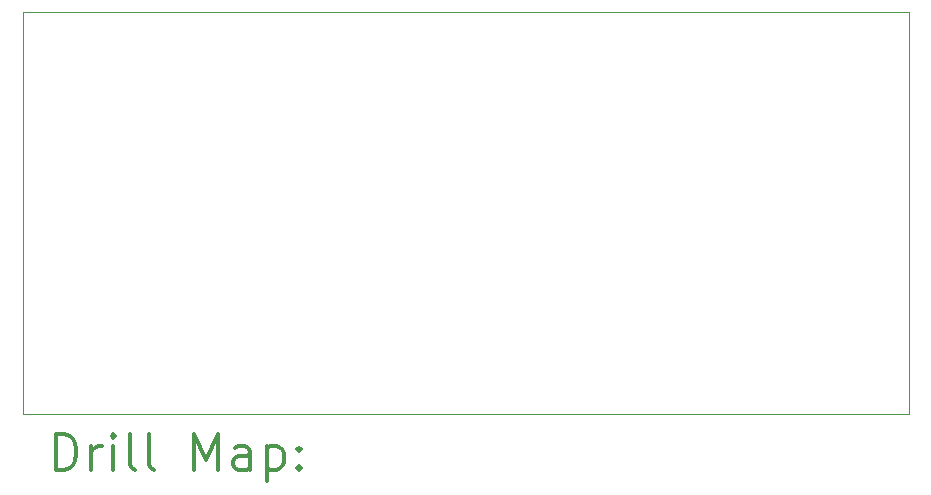
<source format=gbr>
%FSLAX45Y45*%
G04 Gerber Fmt 4.5, Leading zero omitted, Abs format (unit mm)*
G04 Created by KiCad (PCBNEW (5.1.5-0-10_14)) date 2020-09-24 22:33:03*
%MOMM*%
%LPD*%
G04 APERTURE LIST*
%TA.AperFunction,Profile*%
%ADD10C,0.100000*%
%TD*%
%ADD11C,0.200000*%
%ADD12C,0.300000*%
G04 APERTURE END LIST*
D10*
X3000000Y-2000000D02*
X10500000Y-2000000D01*
X3000000Y-5400000D02*
X3000000Y-2000000D01*
X10500000Y-5400000D02*
X3000000Y-5400000D01*
X10500000Y-2000000D02*
X10500000Y-5400000D01*
D11*
D12*
X3281428Y-5870714D02*
X3281428Y-5570714D01*
X3352857Y-5570714D01*
X3395714Y-5585000D01*
X3424286Y-5613571D01*
X3438571Y-5642143D01*
X3452857Y-5699286D01*
X3452857Y-5742143D01*
X3438571Y-5799286D01*
X3424286Y-5827857D01*
X3395714Y-5856429D01*
X3352857Y-5870714D01*
X3281428Y-5870714D01*
X3581428Y-5870714D02*
X3581428Y-5670714D01*
X3581428Y-5727857D02*
X3595714Y-5699286D01*
X3610000Y-5685000D01*
X3638571Y-5670714D01*
X3667143Y-5670714D01*
X3767143Y-5870714D02*
X3767143Y-5670714D01*
X3767143Y-5570714D02*
X3752857Y-5585000D01*
X3767143Y-5599286D01*
X3781428Y-5585000D01*
X3767143Y-5570714D01*
X3767143Y-5599286D01*
X3952857Y-5870714D02*
X3924286Y-5856429D01*
X3910000Y-5827857D01*
X3910000Y-5570714D01*
X4110000Y-5870714D02*
X4081428Y-5856429D01*
X4067143Y-5827857D01*
X4067143Y-5570714D01*
X4452857Y-5870714D02*
X4452857Y-5570714D01*
X4552857Y-5785000D01*
X4652857Y-5570714D01*
X4652857Y-5870714D01*
X4924286Y-5870714D02*
X4924286Y-5713571D01*
X4910000Y-5685000D01*
X4881428Y-5670714D01*
X4824286Y-5670714D01*
X4795714Y-5685000D01*
X4924286Y-5856429D02*
X4895714Y-5870714D01*
X4824286Y-5870714D01*
X4795714Y-5856429D01*
X4781428Y-5827857D01*
X4781428Y-5799286D01*
X4795714Y-5770714D01*
X4824286Y-5756429D01*
X4895714Y-5756429D01*
X4924286Y-5742143D01*
X5067143Y-5670714D02*
X5067143Y-5970714D01*
X5067143Y-5685000D02*
X5095714Y-5670714D01*
X5152857Y-5670714D01*
X5181428Y-5685000D01*
X5195714Y-5699286D01*
X5210000Y-5727857D01*
X5210000Y-5813571D01*
X5195714Y-5842143D01*
X5181428Y-5856429D01*
X5152857Y-5870714D01*
X5095714Y-5870714D01*
X5067143Y-5856429D01*
X5338571Y-5842143D02*
X5352857Y-5856429D01*
X5338571Y-5870714D01*
X5324286Y-5856429D01*
X5338571Y-5842143D01*
X5338571Y-5870714D01*
X5338571Y-5685000D02*
X5352857Y-5699286D01*
X5338571Y-5713571D01*
X5324286Y-5699286D01*
X5338571Y-5685000D01*
X5338571Y-5713571D01*
M02*

</source>
